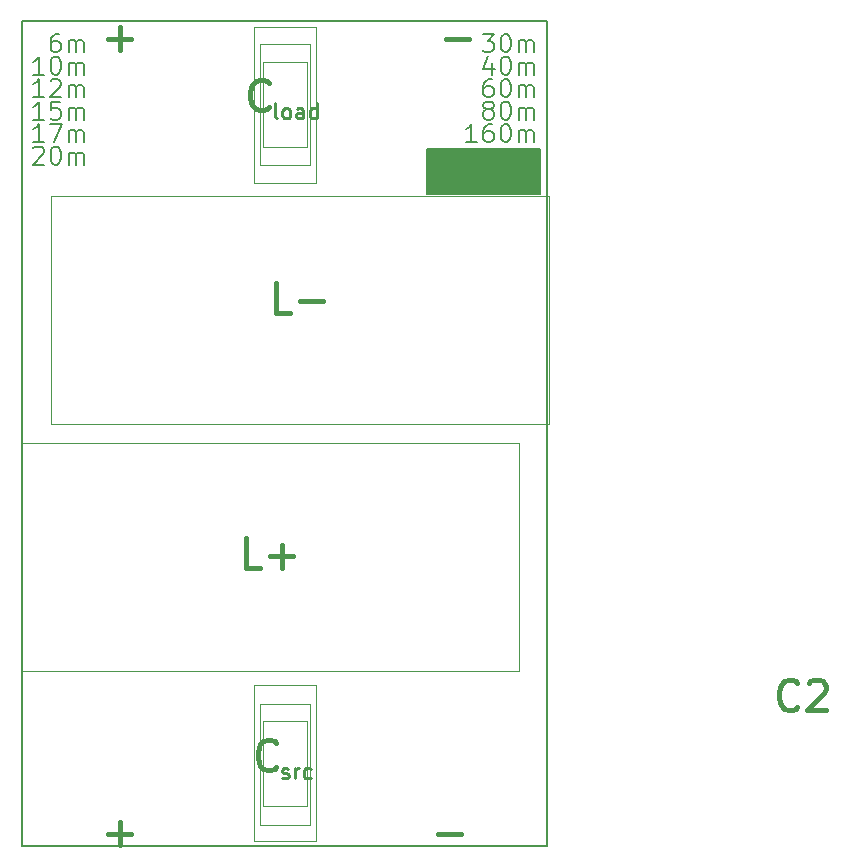
<source format=gbr>
G04 #@! TF.GenerationSoftware,KiCad,Pcbnew,5.0.2-bee76a0~70~ubuntu16.04.1*
G04 #@! TF.CreationDate,2021-05-01T11:56:51-07:00*
G04 #@! TF.ProjectId,matching-network-modules,6d617463-6869-46e6-972d-6e6574776f72,rev?*
G04 #@! TF.SameCoordinates,Original*
G04 #@! TF.FileFunction,Legend,Top*
G04 #@! TF.FilePolarity,Positive*
%FSLAX46Y46*%
G04 Gerber Fmt 4.6, Leading zero omitted, Abs format (unit mm)*
G04 Created by KiCad (PCBNEW 5.0.2-bee76a0~70~ubuntu16.04.1) date Sat 01 May 2021 11:56:51 AM PDT*
%MOMM*%
%LPD*%
G01*
G04 APERTURE LIST*
%ADD10C,0.150000*%
%ADD11C,0.190500*%
%ADD12C,0.381000*%
%ADD13C,0.254000*%
%ADD14C,0.120000*%
G04 APERTURE END LIST*
D10*
G36*
X139065000Y-83820000D02*
X139065000Y-87630000D01*
X148590000Y-87630000D01*
X148590000Y-83820000D01*
X139065000Y-83820000D01*
G37*
X139065000Y-83820000D02*
X139065000Y-87630000D01*
X148590000Y-87630000D01*
X148590000Y-83820000D01*
X139065000Y-83820000D01*
D11*
X107898746Y-74095428D02*
X107608460Y-74095428D01*
X107463317Y-74168000D01*
X107390746Y-74240571D01*
X107245603Y-74458285D01*
X107173032Y-74748571D01*
X107173032Y-75329142D01*
X107245603Y-75474285D01*
X107318175Y-75546857D01*
X107463317Y-75619428D01*
X107753603Y-75619428D01*
X107898746Y-75546857D01*
X107971317Y-75474285D01*
X108043889Y-75329142D01*
X108043889Y-74966285D01*
X107971317Y-74821142D01*
X107898746Y-74748571D01*
X107753603Y-74676000D01*
X107463317Y-74676000D01*
X107318175Y-74748571D01*
X107245603Y-74821142D01*
X107173032Y-74966285D01*
X108697032Y-75619428D02*
X108697032Y-74603428D01*
X108697032Y-74748571D02*
X108769603Y-74676000D01*
X108914746Y-74603428D01*
X109132460Y-74603428D01*
X109277603Y-74676000D01*
X109350175Y-74821142D01*
X109350175Y-75619428D01*
X109350175Y-74821142D02*
X109422746Y-74676000D01*
X109567889Y-74603428D01*
X109785603Y-74603428D01*
X109930746Y-74676000D01*
X110003317Y-74821142D01*
X110003317Y-75619428D01*
X143241032Y-83239428D02*
X142370175Y-83239428D01*
X142805603Y-83239428D02*
X142805603Y-81715428D01*
X142660460Y-81933142D01*
X142515317Y-82078285D01*
X142370175Y-82150857D01*
X144547317Y-81715428D02*
X144257032Y-81715428D01*
X144111889Y-81788000D01*
X144039317Y-81860571D01*
X143894175Y-82078285D01*
X143821603Y-82368571D01*
X143821603Y-82949142D01*
X143894175Y-83094285D01*
X143966746Y-83166857D01*
X144111889Y-83239428D01*
X144402175Y-83239428D01*
X144547317Y-83166857D01*
X144619889Y-83094285D01*
X144692460Y-82949142D01*
X144692460Y-82586285D01*
X144619889Y-82441142D01*
X144547317Y-82368571D01*
X144402175Y-82296000D01*
X144111889Y-82296000D01*
X143966746Y-82368571D01*
X143894175Y-82441142D01*
X143821603Y-82586285D01*
X145635889Y-81715428D02*
X145781032Y-81715428D01*
X145926175Y-81788000D01*
X145998746Y-81860571D01*
X146071317Y-82005714D01*
X146143889Y-82296000D01*
X146143889Y-82658857D01*
X146071317Y-82949142D01*
X145998746Y-83094285D01*
X145926175Y-83166857D01*
X145781032Y-83239428D01*
X145635889Y-83239428D01*
X145490746Y-83166857D01*
X145418175Y-83094285D01*
X145345603Y-82949142D01*
X145273032Y-82658857D01*
X145273032Y-82296000D01*
X145345603Y-82005714D01*
X145418175Y-81860571D01*
X145490746Y-81788000D01*
X145635889Y-81715428D01*
X146797032Y-83239428D02*
X146797032Y-82223428D01*
X146797032Y-82368571D02*
X146869603Y-82296000D01*
X147014746Y-82223428D01*
X147232460Y-82223428D01*
X147377603Y-82296000D01*
X147450175Y-82441142D01*
X147450175Y-83239428D01*
X147450175Y-82441142D02*
X147522746Y-82296000D01*
X147667889Y-82223428D01*
X147885603Y-82223428D01*
X148030746Y-82296000D01*
X148103317Y-82441142D01*
X148103317Y-83239428D01*
X144111889Y-80463571D02*
X143966746Y-80391000D01*
X143894175Y-80318428D01*
X143821603Y-80173285D01*
X143821603Y-80100714D01*
X143894175Y-79955571D01*
X143966746Y-79883000D01*
X144111889Y-79810428D01*
X144402175Y-79810428D01*
X144547317Y-79883000D01*
X144619889Y-79955571D01*
X144692460Y-80100714D01*
X144692460Y-80173285D01*
X144619889Y-80318428D01*
X144547317Y-80391000D01*
X144402175Y-80463571D01*
X144111889Y-80463571D01*
X143966746Y-80536142D01*
X143894175Y-80608714D01*
X143821603Y-80753857D01*
X143821603Y-81044142D01*
X143894175Y-81189285D01*
X143966746Y-81261857D01*
X144111889Y-81334428D01*
X144402175Y-81334428D01*
X144547317Y-81261857D01*
X144619889Y-81189285D01*
X144692460Y-81044142D01*
X144692460Y-80753857D01*
X144619889Y-80608714D01*
X144547317Y-80536142D01*
X144402175Y-80463571D01*
X145635889Y-79810428D02*
X145781032Y-79810428D01*
X145926175Y-79883000D01*
X145998746Y-79955571D01*
X146071317Y-80100714D01*
X146143889Y-80391000D01*
X146143889Y-80753857D01*
X146071317Y-81044142D01*
X145998746Y-81189285D01*
X145926175Y-81261857D01*
X145781032Y-81334428D01*
X145635889Y-81334428D01*
X145490746Y-81261857D01*
X145418175Y-81189285D01*
X145345603Y-81044142D01*
X145273032Y-80753857D01*
X145273032Y-80391000D01*
X145345603Y-80100714D01*
X145418175Y-79955571D01*
X145490746Y-79883000D01*
X145635889Y-79810428D01*
X146797032Y-81334428D02*
X146797032Y-80318428D01*
X146797032Y-80463571D02*
X146869603Y-80391000D01*
X147014746Y-80318428D01*
X147232460Y-80318428D01*
X147377603Y-80391000D01*
X147450175Y-80536142D01*
X147450175Y-81334428D01*
X147450175Y-80536142D02*
X147522746Y-80391000D01*
X147667889Y-80318428D01*
X147885603Y-80318428D01*
X148030746Y-80391000D01*
X148103317Y-80536142D01*
X148103317Y-81334428D01*
X144547317Y-77905428D02*
X144257032Y-77905428D01*
X144111889Y-77978000D01*
X144039317Y-78050571D01*
X143894175Y-78268285D01*
X143821603Y-78558571D01*
X143821603Y-79139142D01*
X143894175Y-79284285D01*
X143966746Y-79356857D01*
X144111889Y-79429428D01*
X144402175Y-79429428D01*
X144547317Y-79356857D01*
X144619889Y-79284285D01*
X144692460Y-79139142D01*
X144692460Y-78776285D01*
X144619889Y-78631142D01*
X144547317Y-78558571D01*
X144402175Y-78486000D01*
X144111889Y-78486000D01*
X143966746Y-78558571D01*
X143894175Y-78631142D01*
X143821603Y-78776285D01*
X145635889Y-77905428D02*
X145781032Y-77905428D01*
X145926175Y-77978000D01*
X145998746Y-78050571D01*
X146071317Y-78195714D01*
X146143889Y-78486000D01*
X146143889Y-78848857D01*
X146071317Y-79139142D01*
X145998746Y-79284285D01*
X145926175Y-79356857D01*
X145781032Y-79429428D01*
X145635889Y-79429428D01*
X145490746Y-79356857D01*
X145418175Y-79284285D01*
X145345603Y-79139142D01*
X145273032Y-78848857D01*
X145273032Y-78486000D01*
X145345603Y-78195714D01*
X145418175Y-78050571D01*
X145490746Y-77978000D01*
X145635889Y-77905428D01*
X146797032Y-79429428D02*
X146797032Y-78413428D01*
X146797032Y-78558571D02*
X146869603Y-78486000D01*
X147014746Y-78413428D01*
X147232460Y-78413428D01*
X147377603Y-78486000D01*
X147450175Y-78631142D01*
X147450175Y-79429428D01*
X147450175Y-78631142D02*
X147522746Y-78486000D01*
X147667889Y-78413428D01*
X147885603Y-78413428D01*
X148030746Y-78486000D01*
X148103317Y-78631142D01*
X148103317Y-79429428D01*
X143749032Y-74095428D02*
X144692460Y-74095428D01*
X144184460Y-74676000D01*
X144402175Y-74676000D01*
X144547317Y-74748571D01*
X144619889Y-74821142D01*
X144692460Y-74966285D01*
X144692460Y-75329142D01*
X144619889Y-75474285D01*
X144547317Y-75546857D01*
X144402175Y-75619428D01*
X143966746Y-75619428D01*
X143821603Y-75546857D01*
X143749032Y-75474285D01*
X145635889Y-74095428D02*
X145781032Y-74095428D01*
X145926175Y-74168000D01*
X145998746Y-74240571D01*
X146071317Y-74385714D01*
X146143889Y-74676000D01*
X146143889Y-75038857D01*
X146071317Y-75329142D01*
X145998746Y-75474285D01*
X145926175Y-75546857D01*
X145781032Y-75619428D01*
X145635889Y-75619428D01*
X145490746Y-75546857D01*
X145418175Y-75474285D01*
X145345603Y-75329142D01*
X145273032Y-75038857D01*
X145273032Y-74676000D01*
X145345603Y-74385714D01*
X145418175Y-74240571D01*
X145490746Y-74168000D01*
X145635889Y-74095428D01*
X146797032Y-75619428D02*
X146797032Y-74603428D01*
X146797032Y-74748571D02*
X146869603Y-74676000D01*
X147014746Y-74603428D01*
X147232460Y-74603428D01*
X147377603Y-74676000D01*
X147450175Y-74821142D01*
X147450175Y-75619428D01*
X147450175Y-74821142D02*
X147522746Y-74676000D01*
X147667889Y-74603428D01*
X147885603Y-74603428D01*
X148030746Y-74676000D01*
X148103317Y-74821142D01*
X148103317Y-75619428D01*
X105721603Y-83765571D02*
X105794175Y-83693000D01*
X105939317Y-83620428D01*
X106302175Y-83620428D01*
X106447317Y-83693000D01*
X106519889Y-83765571D01*
X106592460Y-83910714D01*
X106592460Y-84055857D01*
X106519889Y-84273571D01*
X105649032Y-85144428D01*
X106592460Y-85144428D01*
X107535889Y-83620428D02*
X107681032Y-83620428D01*
X107826175Y-83693000D01*
X107898746Y-83765571D01*
X107971317Y-83910714D01*
X108043889Y-84201000D01*
X108043889Y-84563857D01*
X107971317Y-84854142D01*
X107898746Y-84999285D01*
X107826175Y-85071857D01*
X107681032Y-85144428D01*
X107535889Y-85144428D01*
X107390746Y-85071857D01*
X107318175Y-84999285D01*
X107245603Y-84854142D01*
X107173032Y-84563857D01*
X107173032Y-84201000D01*
X107245603Y-83910714D01*
X107318175Y-83765571D01*
X107390746Y-83693000D01*
X107535889Y-83620428D01*
X108697032Y-85144428D02*
X108697032Y-84128428D01*
X108697032Y-84273571D02*
X108769603Y-84201000D01*
X108914746Y-84128428D01*
X109132460Y-84128428D01*
X109277603Y-84201000D01*
X109350175Y-84346142D01*
X109350175Y-85144428D01*
X109350175Y-84346142D02*
X109422746Y-84201000D01*
X109567889Y-84128428D01*
X109785603Y-84128428D01*
X109930746Y-84201000D01*
X110003317Y-84346142D01*
X110003317Y-85144428D01*
X144547317Y-76508428D02*
X144547317Y-77524428D01*
X144184460Y-75927857D02*
X143821603Y-77016428D01*
X144765032Y-77016428D01*
X145635889Y-76000428D02*
X145781032Y-76000428D01*
X145926175Y-76073000D01*
X145998746Y-76145571D01*
X146071317Y-76290714D01*
X146143889Y-76581000D01*
X146143889Y-76943857D01*
X146071317Y-77234142D01*
X145998746Y-77379285D01*
X145926175Y-77451857D01*
X145781032Y-77524428D01*
X145635889Y-77524428D01*
X145490746Y-77451857D01*
X145418175Y-77379285D01*
X145345603Y-77234142D01*
X145273032Y-76943857D01*
X145273032Y-76581000D01*
X145345603Y-76290714D01*
X145418175Y-76145571D01*
X145490746Y-76073000D01*
X145635889Y-76000428D01*
X146797032Y-77524428D02*
X146797032Y-76508428D01*
X146797032Y-76653571D02*
X146869603Y-76581000D01*
X147014746Y-76508428D01*
X147232460Y-76508428D01*
X147377603Y-76581000D01*
X147450175Y-76726142D01*
X147450175Y-77524428D01*
X147450175Y-76726142D02*
X147522746Y-76581000D01*
X147667889Y-76508428D01*
X147885603Y-76508428D01*
X148030746Y-76581000D01*
X148103317Y-76726142D01*
X148103317Y-77524428D01*
X106592460Y-83239428D02*
X105721603Y-83239428D01*
X106157032Y-83239428D02*
X106157032Y-81715428D01*
X106011889Y-81933142D01*
X105866746Y-82078285D01*
X105721603Y-82150857D01*
X107100460Y-81715428D02*
X108116460Y-81715428D01*
X107463317Y-83239428D01*
X108697032Y-83239428D02*
X108697032Y-82223428D01*
X108697032Y-82368571D02*
X108769603Y-82296000D01*
X108914746Y-82223428D01*
X109132460Y-82223428D01*
X109277603Y-82296000D01*
X109350175Y-82441142D01*
X109350175Y-83239428D01*
X109350175Y-82441142D02*
X109422746Y-82296000D01*
X109567889Y-82223428D01*
X109785603Y-82223428D01*
X109930746Y-82296000D01*
X110003317Y-82441142D01*
X110003317Y-83239428D01*
X106592460Y-81334428D02*
X105721603Y-81334428D01*
X106157032Y-81334428D02*
X106157032Y-79810428D01*
X106011889Y-80028142D01*
X105866746Y-80173285D01*
X105721603Y-80245857D01*
X107971317Y-79810428D02*
X107245603Y-79810428D01*
X107173032Y-80536142D01*
X107245603Y-80463571D01*
X107390746Y-80391000D01*
X107753603Y-80391000D01*
X107898746Y-80463571D01*
X107971317Y-80536142D01*
X108043889Y-80681285D01*
X108043889Y-81044142D01*
X107971317Y-81189285D01*
X107898746Y-81261857D01*
X107753603Y-81334428D01*
X107390746Y-81334428D01*
X107245603Y-81261857D01*
X107173032Y-81189285D01*
X108697032Y-81334428D02*
X108697032Y-80318428D01*
X108697032Y-80463571D02*
X108769603Y-80391000D01*
X108914746Y-80318428D01*
X109132460Y-80318428D01*
X109277603Y-80391000D01*
X109350175Y-80536142D01*
X109350175Y-81334428D01*
X109350175Y-80536142D02*
X109422746Y-80391000D01*
X109567889Y-80318428D01*
X109785603Y-80318428D01*
X109930746Y-80391000D01*
X110003317Y-80536142D01*
X110003317Y-81334428D01*
X106592460Y-79429428D02*
X105721603Y-79429428D01*
X106157032Y-79429428D02*
X106157032Y-77905428D01*
X106011889Y-78123142D01*
X105866746Y-78268285D01*
X105721603Y-78340857D01*
X107173032Y-78050571D02*
X107245603Y-77978000D01*
X107390746Y-77905428D01*
X107753603Y-77905428D01*
X107898746Y-77978000D01*
X107971317Y-78050571D01*
X108043889Y-78195714D01*
X108043889Y-78340857D01*
X107971317Y-78558571D01*
X107100460Y-79429428D01*
X108043889Y-79429428D01*
X108697032Y-79429428D02*
X108697032Y-78413428D01*
X108697032Y-78558571D02*
X108769603Y-78486000D01*
X108914746Y-78413428D01*
X109132460Y-78413428D01*
X109277603Y-78486000D01*
X109350175Y-78631142D01*
X109350175Y-79429428D01*
X109350175Y-78631142D02*
X109422746Y-78486000D01*
X109567889Y-78413428D01*
X109785603Y-78413428D01*
X109930746Y-78486000D01*
X110003317Y-78631142D01*
X110003317Y-79429428D01*
X106592460Y-77524428D02*
X105721603Y-77524428D01*
X106157032Y-77524428D02*
X106157032Y-76000428D01*
X106011889Y-76218142D01*
X105866746Y-76363285D01*
X105721603Y-76435857D01*
X107535889Y-76000428D02*
X107681032Y-76000428D01*
X107826175Y-76073000D01*
X107898746Y-76145571D01*
X107971317Y-76290714D01*
X108043889Y-76581000D01*
X108043889Y-76943857D01*
X107971317Y-77234142D01*
X107898746Y-77379285D01*
X107826175Y-77451857D01*
X107681032Y-77524428D01*
X107535889Y-77524428D01*
X107390746Y-77451857D01*
X107318175Y-77379285D01*
X107245603Y-77234142D01*
X107173032Y-76943857D01*
X107173032Y-76581000D01*
X107245603Y-76290714D01*
X107318175Y-76145571D01*
X107390746Y-76073000D01*
X107535889Y-76000428D01*
X108697032Y-77524428D02*
X108697032Y-76508428D01*
X108697032Y-76653571D02*
X108769603Y-76581000D01*
X108914746Y-76508428D01*
X109132460Y-76508428D01*
X109277603Y-76581000D01*
X109350175Y-76726142D01*
X109350175Y-77524428D01*
X109350175Y-76726142D02*
X109422746Y-76581000D01*
X109567889Y-76508428D01*
X109785603Y-76508428D01*
X109930746Y-76581000D01*
X110003317Y-76726142D01*
X110003317Y-77524428D01*
D12*
X126268540Y-136162142D02*
X126147588Y-136283095D01*
X125784730Y-136404047D01*
X125542826Y-136404047D01*
X125179969Y-136283095D01*
X124938064Y-136041190D01*
X124817111Y-135799285D01*
X124696159Y-135315476D01*
X124696159Y-134952619D01*
X124817111Y-134468809D01*
X124938064Y-134226904D01*
X125179969Y-133985000D01*
X125542826Y-133864047D01*
X125784730Y-133864047D01*
X126147588Y-133985000D01*
X126268540Y-134105952D01*
D13*
X126772004Y-137039047D02*
X126892957Y-137099523D01*
X127134861Y-137099523D01*
X127255814Y-137039047D01*
X127316290Y-136918095D01*
X127316290Y-136857619D01*
X127255814Y-136736666D01*
X127134861Y-136676190D01*
X126953433Y-136676190D01*
X126832480Y-136615714D01*
X126772004Y-136494761D01*
X126772004Y-136434285D01*
X126832480Y-136313333D01*
X126953433Y-136252857D01*
X127134861Y-136252857D01*
X127255814Y-136313333D01*
X127860576Y-137099523D02*
X127860576Y-136252857D01*
X127860576Y-136494761D02*
X127921052Y-136373809D01*
X127981528Y-136313333D01*
X128102480Y-136252857D01*
X128223433Y-136252857D01*
X129191052Y-137039047D02*
X129070100Y-137099523D01*
X128828195Y-137099523D01*
X128707242Y-137039047D01*
X128646766Y-136978571D01*
X128586290Y-136857619D01*
X128586290Y-136494761D01*
X128646766Y-136373809D01*
X128707242Y-136313333D01*
X128828195Y-136252857D01*
X129070100Y-136252857D01*
X129191052Y-136313333D01*
X126378909Y-81219523D02*
X126257957Y-81159047D01*
X126197480Y-81038095D01*
X126197480Y-79949523D01*
X127044147Y-81219523D02*
X126923195Y-81159047D01*
X126862719Y-81098571D01*
X126802242Y-80977619D01*
X126802242Y-80614761D01*
X126862719Y-80493809D01*
X126923195Y-80433333D01*
X127044147Y-80372857D01*
X127225576Y-80372857D01*
X127346528Y-80433333D01*
X127407004Y-80493809D01*
X127467480Y-80614761D01*
X127467480Y-80977619D01*
X127407004Y-81098571D01*
X127346528Y-81159047D01*
X127225576Y-81219523D01*
X127044147Y-81219523D01*
X128556052Y-81219523D02*
X128556052Y-80554285D01*
X128495576Y-80433333D01*
X128374623Y-80372857D01*
X128132719Y-80372857D01*
X128011766Y-80433333D01*
X128556052Y-81159047D02*
X128435100Y-81219523D01*
X128132719Y-81219523D01*
X128011766Y-81159047D01*
X127951290Y-81038095D01*
X127951290Y-80917142D01*
X128011766Y-80796190D01*
X128132719Y-80735714D01*
X128435100Y-80735714D01*
X128556052Y-80675238D01*
X129705100Y-81219523D02*
X129705100Y-79949523D01*
X129705100Y-81159047D02*
X129584147Y-81219523D01*
X129342242Y-81219523D01*
X129221290Y-81159047D01*
X129160814Y-81098571D01*
X129100338Y-80977619D01*
X129100338Y-80614761D01*
X129160814Y-80493809D01*
X129221290Y-80433333D01*
X129342242Y-80372857D01*
X129584147Y-80372857D01*
X129705100Y-80433333D01*
D12*
X127483809Y-97669047D02*
X126274285Y-97669047D01*
X126274285Y-95129047D01*
X128330476Y-96701428D02*
X130265714Y-96701428D01*
X124943809Y-119259047D02*
X123734285Y-119259047D01*
X123734285Y-116719047D01*
X125790476Y-118291428D02*
X127725714Y-118291428D01*
X126758095Y-119259047D02*
X126758095Y-117323809D01*
X170391666Y-131082142D02*
X170270714Y-131203095D01*
X169907857Y-131324047D01*
X169665952Y-131324047D01*
X169303095Y-131203095D01*
X169061190Y-130961190D01*
X168940238Y-130719285D01*
X168819285Y-130235476D01*
X168819285Y-129872619D01*
X168940238Y-129388809D01*
X169061190Y-129146904D01*
X169303095Y-128905000D01*
X169665952Y-128784047D01*
X169907857Y-128784047D01*
X170270714Y-128905000D01*
X170391666Y-129025952D01*
X171359285Y-129025952D02*
X171480238Y-128905000D01*
X171722142Y-128784047D01*
X172326904Y-128784047D01*
X172568809Y-128905000D01*
X172689761Y-129025952D01*
X172810714Y-129267857D01*
X172810714Y-129509761D01*
X172689761Y-129872619D01*
X171238333Y-131324047D01*
X172810714Y-131324047D01*
X125633540Y-80282142D02*
X125512588Y-80403095D01*
X125149730Y-80524047D01*
X124907826Y-80524047D01*
X124544969Y-80403095D01*
X124303064Y-80161190D01*
X124182111Y-79919285D01*
X124061159Y-79435476D01*
X124061159Y-79072619D01*
X124182111Y-78588809D01*
X124303064Y-78346904D01*
X124544969Y-78105000D01*
X124907826Y-77984047D01*
X125149730Y-77984047D01*
X125512588Y-78105000D01*
X125633540Y-78225952D01*
X140637380Y-74476428D02*
X142572619Y-74476428D01*
X140002380Y-141786428D02*
X141937619Y-141786428D01*
X112062380Y-141786428D02*
X113997619Y-141786428D01*
X113030000Y-142754047D02*
X113030000Y-140818809D01*
X112062380Y-74476428D02*
X113997619Y-74476428D01*
X113030000Y-75444047D02*
X113030000Y-73508809D01*
D14*
G04 #@! TO.C,C1*
X128870000Y-83670000D02*
X125130000Y-83670000D01*
X128870000Y-76430000D02*
X125130000Y-76430000D01*
X125130000Y-76430000D02*
X125130000Y-83670000D01*
X128870000Y-76430000D02*
X128870000Y-83670000D01*
G04 #@! TO.C,C2*
X129120000Y-74950000D02*
X129120000Y-85190000D01*
X124880000Y-74950000D02*
X124880000Y-85190000D01*
X129120000Y-74950000D02*
X124880000Y-74950000D01*
X129120000Y-85190000D02*
X124880000Y-85190000D01*
G04 #@! TO.C,C3*
X129620000Y-73470000D02*
X129620000Y-86710000D01*
X124380000Y-73470000D02*
X124380000Y-86710000D01*
X129620000Y-73470000D02*
X124380000Y-73470000D01*
X129620000Y-86710000D02*
X124380000Y-86710000D01*
G04 #@! TO.C,C4*
X128870000Y-132230000D02*
X128870000Y-139470000D01*
X125130000Y-132230000D02*
X125130000Y-139470000D01*
X128870000Y-132230000D02*
X125130000Y-132230000D01*
X128870000Y-139470000D02*
X125130000Y-139470000D01*
G04 #@! TO.C,C5*
X129120000Y-141070000D02*
X124880000Y-141070000D01*
X129120000Y-130830000D02*
X124880000Y-130830000D01*
X124880000Y-130830000D02*
X124880000Y-141070000D01*
X129120000Y-130830000D02*
X129120000Y-141070000D01*
G04 #@! TO.C,C6*
X129620000Y-142430000D02*
X124380000Y-142430000D01*
X129620000Y-129190000D02*
X124380000Y-129190000D01*
X124380000Y-129190000D02*
X124380000Y-142430000D01*
X129620000Y-129190000D02*
X129620000Y-142430000D01*
G04 #@! TO.C,L1*
X104660000Y-108720000D02*
X146800000Y-108720000D01*
X104660000Y-128060000D02*
X146800000Y-128060000D01*
X104660000Y-108720000D02*
X104660000Y-128060000D01*
X146800000Y-108720000D02*
X146800000Y-128060000D01*
G04 #@! TO.C,L2*
X149340000Y-87765000D02*
X149340000Y-107105000D01*
X107200000Y-87765000D02*
X107200000Y-107105000D01*
X107200000Y-107105000D02*
X149340000Y-107105000D01*
X107200000Y-87765000D02*
X149340000Y-87765000D01*
D10*
G04 #@! TO.C,J1*
X104775000Y-73025000D02*
X104775000Y-136525000D01*
X111125000Y-142875000D02*
X142875000Y-142875000D01*
X149225000Y-136525000D02*
X149225000Y-73025000D01*
X142875000Y-73025000D02*
X111125000Y-73025000D01*
X104775000Y-136525000D02*
X104775000Y-142875000D01*
X104775000Y-142875000D02*
X111125000Y-142875000D01*
X142875000Y-142875000D02*
X149225000Y-142875000D01*
X149225000Y-142875000D02*
X149225000Y-136525000D01*
X104775000Y-73025000D02*
X111125000Y-73025000D01*
X142875000Y-73025000D02*
X149225000Y-73025000D01*
G04 #@! TD*
M02*

</source>
